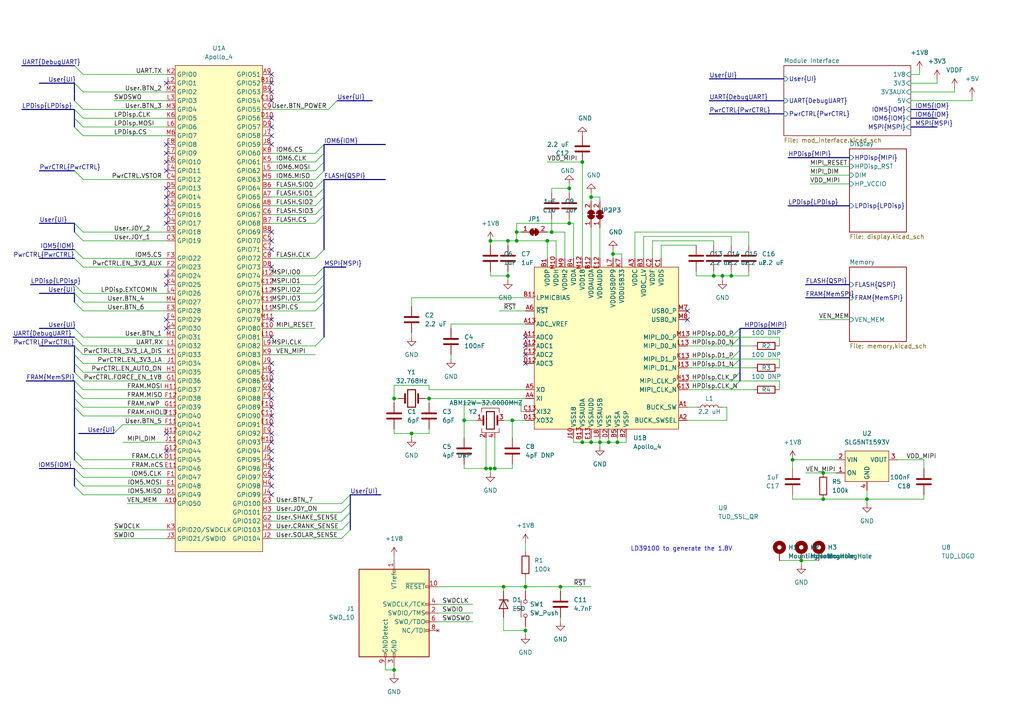
<source format=kicad_sch>
(kicad_sch (version 20211123) (generator eeschema)
  (paper "A4")
  (title_block (title "Apollo 4 MCU Module") (date "2022-09-22") (rev "1.0"))
  (bus_alias "DebugUART" (members "TX" "RX"))
  (bus_alias "IOM" (members "CLK" "MOSI" "MISO" "CS"))
  (bus_alias "UI" (members "JOY_1" "JOY_2" "BTN_1" "BTN_2" "BTN_3" "BTN_4" "BTN_5" "BTN_6" "JOY_ON" "BTN_7" "BTN_POWER" "CRANK_SENSE" "SHAKE_SENSE" "SOLAR_SENSE"))
  (bus_alias "MSPI" (members "IO0" "IO1" "IO2" "IO3" "CLK" "CS"))
  (junction (at 232.41 162.56))
  (junction (at 165.1 54.61))
  (junction (at 176.53 128.27))
  (junction (at 209.55 80.01))
  (junction (at 152.4 170.18))
  (junction (at 229.87 133.35))
  (junction (at 162.56 170.18))
  (junction (at 147.32 80.01))
  (junction (at 238.76 137.16))
  (junction (at 119.38 125.73))
  (junction (at 142.24 135.89))
  (junction (at 251.46 144.78))
  (junction (at 146.05 170.18))
  (junction (at 158.75 69.85))
  (junction (at 238.76 144.78))
  (junction (at 179.07 128.27))
  (junction (at 147.32 69.85))
  (junction (at 149.86 67.31))
  (junction (at 140.97 135.89))
  (junction (at 168.91 128.27))
  (junction (at 168.91 46.99))
  (junction (at 212.09 80.01))
  (junction (at 171.45 57.15))
  (junction (at 134.62 121.92))
  (junction (at 114.3 115.57))
  (junction (at 124.46 115.57))
  (junction (at 148.59 121.92))
  (junction (at 207.01 80.01))
  (junction (at 165.1 64.77))
  (junction (at 149.86 69.85))
  (junction (at 114.3 194.31))
  (junction (at 171.45 128.27))
  (junction (at 173.99 128.27))
  (junction (at 177.8 73.66))
  (junction (at 143.51 135.89))
  (junction (at 152.4 182.88))
  (junction (at 160.02 67.31))
  (junction (at 142.24 69.85))
  (no_connect (at 78.74 26.67))
  (no_connect (at 78.74 143.51))
  (no_connect (at 78.74 140.97))
  (no_connect (at 152.4 105.41))
  (no_connect (at 152.4 102.87))
  (no_connect (at 152.4 100.33))
  (no_connect (at 152.4 97.79))
  (no_connect (at 78.74 24.13))
  (no_connect (at 78.74 41.91))
  (no_connect (at 78.74 39.37))
  (no_connect (at 78.74 29.21))
  (no_connect (at 78.74 36.83))
  (no_connect (at 78.74 34.29))
  (no_connect (at 78.74 69.85))
  (no_connect (at 78.74 67.31))
  (no_connect (at 78.74 72.39))
  (no_connect (at 78.74 77.47))
  (no_connect (at 48.26 41.91))
  (no_connect (at 48.26 82.55))
  (no_connect (at 48.26 62.23))
  (no_connect (at 48.26 24.13))
  (no_connect (at 48.26 54.61))
  (no_connect (at 48.26 57.15))
  (no_connect (at 48.26 59.69))
  (no_connect (at 48.26 49.53))
  (no_connect (at 48.26 46.99))
  (no_connect (at 48.26 44.45))
  (no_connect (at 48.26 130.81))
  (no_connect (at 48.26 125.73))
  (no_connect (at 78.74 118.11))
  (no_connect (at 78.74 128.27))
  (no_connect (at 78.74 125.73))
  (no_connect (at 78.74 123.19))
  (no_connect (at 78.74 120.65))
  (no_connect (at 48.26 92.71))
  (no_connect (at 78.74 92.71))
  (no_connect (at 78.74 97.79))
  (no_connect (at 48.26 64.77))
  (no_connect (at 199.39 90.17))
  (no_connect (at 199.39 92.71))
  (no_connect (at 78.74 21.59))
  (no_connect (at 48.26 95.25))
  (no_connect (at 48.26 80.01))
  (no_connect (at 78.74 115.57))
  (no_connect (at 78.74 113.03))
  (no_connect (at 78.74 110.49))
  (no_connect (at 78.74 107.95))
  (no_connect (at 78.74 105.41))
  (no_connect (at 78.74 138.43))
  (no_connect (at 78.74 135.89))
  (no_connect (at 78.74 133.35))
  (no_connect (at 78.74 130.81))
  (bus_entry (at 21.59 97.79) (size 2.54 2.54))
  (bus_entry (at 21.59 34.29) (size 2.54 2.54))
  (bus_entry (at 93.98 80.01) (size -2.54 2.54))
  (bus_entry (at 21.59 24.13) (size 2.54 2.54))
  (bus_entry (at 24.13 140.97) (size -2.54 -2.54))
  (bus_entry (at 91.44 54.61) (size 2.54 -2.54))
  (bus_entry (at 91.44 74.93) (size 2.54 -2.54))
  (bus_entry (at 91.44 57.15) (size 2.54 -2.54))
  (bus_entry (at 91.44 59.69) (size 2.54 -2.54))
  (bus_entry (at 91.44 62.23) (size 2.54 -2.54))
  (bus_entry (at 93.98 97.79) (size -2.54 2.54))
  (bus_entry (at 21.59 64.77) (size 2.54 2.54))
  (bus_entry (at 99.06 151.13) (size 2.54 -2.54))
  (bus_entry (at 99.06 153.67) (size 2.54 -2.54))
  (bus_entry (at 99.06 156.21) (size 2.54 -2.54))
  (bus_entry (at 21.59 49.53) (size 2.54 2.54))
  (bus_entry (at 97.79 29.21) (size -2.54 2.54))
  (bus_entry (at 21.59 87.63) (size 2.54 2.54))
  (bus_entry (at 24.13 77.47) (size -2.54 -2.54))
  (bus_entry (at 24.13 107.95) (size -2.54 -2.54))
  (bus_entry (at 24.13 110.49) (size -2.54 -2.54))
  (bus_entry (at 24.13 105.41) (size -2.54 -2.54))
  (bus_entry (at 24.13 102.87) (size -2.54 -2.54))
  (bus_entry (at 101.6 143.51) (size -2.54 2.54))
  (bus_entry (at 21.59 36.83) (size 2.54 2.54))
  (bus_entry (at 21.59 82.55) (size 2.54 2.54))
  (bus_entry (at 24.13 143.51) (size -2.54 -2.54))
  (bus_entry (at 24.13 115.57) (size -2.54 -2.54))
  (bus_entry (at 21.59 31.75) (size 2.54 2.54))
  (bus_entry (at 101.6 146.05) (size -2.54 2.54))
  (bus_entry (at 93.98 85.09) (size -2.54 2.54))
  (bus_entry (at 91.44 52.07) (size 2.54 -2.54))
  (bus_entry (at 91.44 49.53) (size 2.54 -2.54))
  (bus_entry (at 91.44 46.99) (size 2.54 -2.54))
  (bus_entry (at 91.44 44.45) (size 2.54 -2.54))
  (bus_entry (at 24.13 113.03) (size -2.54 -2.54))
  (bus_entry (at 24.13 74.93) (size -2.54 -2.54))
  (bus_entry (at 21.59 130.81) (size 2.54 2.54))
  (bus_entry (at 21.59 95.25) (size 2.54 2.54))
  (bus_entry (at 33.02 125.73) (size 2.54 -2.54))
  (bus_entry (at 93.98 82.55) (size -2.54 2.54))
  (bus_entry (at 21.59 67.31) (size 2.54 2.54))
  (bus_entry (at 93.98 77.47) (size -2.54 2.54))
  (bus_entry (at 24.13 138.43) (size -2.54 -2.54))
  (bus_entry (at 93.98 87.63) (size -2.54 2.54))
  (bus_entry (at 21.59 85.09) (size 2.54 2.54))
  (bus_entry (at 21.59 133.35) (size 2.54 2.54))
  (bus_entry (at 21.59 19.05) (size 2.54 2.54))
  (bus_entry (at 24.13 118.11) (size -2.54 -2.54))
  (bus_entry (at 91.44 64.77) (size 2.54 -2.54))
  (bus_entry (at 212.09 97.79) (size 2.54 -2.54))
  (bus_entry (at 212.09 100.33) (size 2.54 -2.54))
  (bus_entry (at 212.09 106.68) (size 2.54 -2.54))
  (bus_entry (at 212.09 113.03) (size 2.54 -2.54))
  (bus_entry (at 212.09 110.49) (size 2.54 -2.54))
  (bus_entry (at 212.09 104.14) (size 2.54 -2.54))
  (bus_entry (at 24.13 120.65) (size -2.54 -2.54))
  (bus_entry (at 21.59 29.21) (size 2.54 2.54))
  (wire (pts (xy 24.13 34.29) (xy 48.26 34.29)))
  (bus (pts (xy 264.16 34.29) (xy 271.78 34.29)))
  (wire (pts (xy 226.06 110.49) (xy 226.06 113.03)))
  (wire (pts (xy 168.91 74.93) (xy 168.91 46.99)))
  (wire (pts (xy 78.74 49.53) (xy 91.44 49.53)))
  (wire (pts (xy 232.41 162.56) (xy 237.49 162.56)))
  (wire (pts (xy 146.05 170.18) (xy 152.4 170.18)))
  (wire (pts (xy 48.26 107.95) (xy 24.13 107.95)))
  (bus (pts (xy 101.6 151.13) (xy 101.6 148.59)))
  (wire (pts (xy 171.45 57.15) (xy 171.45 58.42)))
  (wire (pts (xy 48.26 140.97) (xy 24.13 140.97)))
  (bus (pts (xy 7.62 110.49) (xy 21.59 110.49)))
  (wire (pts (xy 78.74 87.63) (xy 91.44 87.63)))
  (wire (pts (xy 119.38 125.73) (xy 114.3 125.73)))
  (wire (pts (xy 212.09 97.79) (xy 214.63 97.79)))
  (wire (pts (xy 147.32 71.12) (xy 147.32 69.85)))
  (bus (pts (xy 93.98 82.55) (xy 93.98 85.09)))
  (wire (pts (xy 78.74 146.05) (xy 99.06 146.05)))
  (wire (pts (xy 143.51 127) (xy 143.51 135.89)))
  (wire (pts (xy 162.56 171.45) (xy 162.56 170.18)))
  (wire (pts (xy 271.78 24.13) (xy 271.78 22.86)))
  (wire (pts (xy 214.63 110.49) (xy 226.06 110.49)))
  (wire (pts (xy 123.19 115.57) (xy 124.46 115.57)))
  (wire (pts (xy 134.62 135.89) (xy 140.97 135.89)))
  (wire (pts (xy 111.76 193.04) (xy 111.76 194.31)))
  (wire (pts (xy 24.13 115.57) (xy 48.26 115.57)))
  (wire (pts (xy 165.1 54.61) (xy 165.1 55.88)))
  (wire (pts (xy 78.74 153.67) (xy 99.06 153.67)))
  (wire (pts (xy 114.3 193.04) (xy 114.3 194.31)))
  (wire (pts (xy 168.91 127) (xy 168.91 128.27)))
  (wire (pts (xy 173.99 57.15) (xy 173.99 58.42)))
  (bus (pts (xy 214.63 104.14) (xy 214.63 101.6)))
  (wire (pts (xy 124.46 125.73) (xy 119.38 125.73)))
  (bus (pts (xy 21.59 24.13) (xy 11.43 24.13)))
  (wire (pts (xy 111.76 194.31) (xy 114.3 194.31)))
  (wire (pts (xy 48.26 110.49) (xy 24.13 110.49)))
  (bus (pts (xy 228.6 45.72) (xy 246.38 45.72)))
  (wire (pts (xy 166.37 74.93) (xy 166.37 64.77)))
  (bus (pts (xy 93.98 41.91) (xy 111.76 41.91)))
  (wire (pts (xy 149.86 67.31) (xy 149.86 69.85)))
  (wire (pts (xy 165.1 53.34) (xy 165.1 54.61)))
  (wire (pts (xy 114.3 116.84) (xy 114.3 115.57)))
  (wire (pts (xy 78.74 44.45) (xy 91.44 44.45)))
  (wire (pts (xy 140.97 127) (xy 140.97 135.89)))
  (bus (pts (xy 21.59 130.81) (xy 21.59 133.35)))
  (wire (pts (xy 147.32 69.85) (xy 149.86 69.85)))
  (wire (pts (xy 142.24 135.89) (xy 142.24 137.16)))
  (wire (pts (xy 36.83 146.05) (xy 48.26 146.05)))
  (wire (pts (xy 168.91 128.27) (xy 171.45 128.27)))
  (bus (pts (xy 3.81 97.79) (xy 21.59 97.79)))
  (wire (pts (xy 166.37 127) (xy 166.37 128.27)))
  (wire (pts (xy 142.24 78.74) (xy 142.24 80.01)))
  (wire (pts (xy 48.26 74.93) (xy 24.13 74.93)))
  (wire (pts (xy 151.13 119.38) (xy 152.4 119.38)))
  (bus (pts (xy 214.63 110.49) (xy 214.63 107.95)))
  (wire (pts (xy 158.75 69.85) (xy 158.75 74.93)))
  (wire (pts (xy 78.74 90.17) (xy 91.44 90.17)))
  (wire (pts (xy 171.45 57.15) (xy 171.45 55.88)))
  (wire (pts (xy 209.55 80.01) (xy 212.09 80.01)))
  (wire (pts (xy 251.46 144.78) (xy 267.97 144.78)))
  (bus (pts (xy 21.59 138.43) (xy 21.59 140.97)))
  (wire (pts (xy 210.82 121.92) (xy 199.39 121.92)))
  (wire (pts (xy 142.24 69.85) (xy 147.32 69.85)))
  (wire (pts (xy 146.05 182.88) (xy 152.4 182.88)))
  (wire (pts (xy 78.74 74.93) (xy 91.44 74.93)))
  (wire (pts (xy 166.37 64.77) (xy 165.1 64.77)))
  (wire (pts (xy 212.09 106.68) (xy 218.44 106.68)))
  (wire (pts (xy 127 180.34) (xy 137.16 180.34)))
  (bus (pts (xy 93.98 62.23) (xy 93.98 72.39)))
  (wire (pts (xy 168.91 46.99) (xy 158.75 46.99)))
  (wire (pts (xy 212.09 71.12) (xy 212.09 68.58)))
  (wire (pts (xy 78.74 46.99) (xy 91.44 46.99)))
  (bus (pts (xy 11.43 64.77) (xy 21.59 64.77)))
  (wire (pts (xy 179.07 127) (xy 179.07 128.27)))
  (wire (pts (xy 191.77 74.93) (xy 191.77 71.12)))
  (wire (pts (xy 24.13 113.03) (xy 48.26 113.03)))
  (wire (pts (xy 266.7 21.59) (xy 266.7 20.32)))
  (wire (pts (xy 48.26 87.63) (xy 24.13 87.63)))
  (wire (pts (xy 264.16 29.21) (xy 281.94 29.21)))
  (wire (pts (xy 184.15 74.93) (xy 184.15 67.31)))
  (bus (pts (xy 97.79 29.21) (xy 107.95 29.21)))
  (bus (pts (xy 93.98 52.07) (xy 111.76 52.07)))
  (bus (pts (xy 11.43 49.53) (xy 21.59 49.53)))
  (wire (pts (xy 78.74 64.77) (xy 91.44 64.77)))
  (wire (pts (xy 199.39 113.03) (xy 212.09 113.03)))
  (wire (pts (xy 158.75 67.31) (xy 160.02 67.31)))
  (wire (pts (xy 78.74 62.23) (xy 91.44 62.23)))
  (wire (pts (xy 160.02 54.61) (xy 160.02 55.88)))
  (wire (pts (xy 207.01 78.74) (xy 207.01 80.01)))
  (wire (pts (xy 162.56 179.07) (xy 162.56 180.34)))
  (wire (pts (xy 78.74 100.33) (xy 91.44 100.33)))
  (wire (pts (xy 24.13 100.33) (xy 48.26 100.33)))
  (wire (pts (xy 114.3 111.76) (xy 114.3 115.57)))
  (wire (pts (xy 114.3 194.31) (xy 114.3 195.58)))
  (bus (pts (xy 93.98 77.47) (xy 100.33 77.47)))
  (bus (pts (xy 228.6 59.69) (xy 246.38 59.69)))
  (wire (pts (xy 140.97 135.89) (xy 142.24 135.89)))
  (wire (pts (xy 264.16 26.67) (xy 276.86 26.67)))
  (wire (pts (xy 147.32 78.74) (xy 147.32 80.01)))
  (wire (pts (xy 127 170.18) (xy 146.05 170.18)))
  (wire (pts (xy 226.06 97.79) (xy 226.06 100.33)))
  (wire (pts (xy 24.13 39.37) (xy 48.26 39.37)))
  (wire (pts (xy 212.09 110.49) (xy 214.63 110.49)))
  (wire (pts (xy 124.46 124.46) (xy 124.46 125.73)))
  (wire (pts (xy 119.38 86.36) (xy 152.4 86.36)))
  (wire (pts (xy 237.49 92.71) (xy 246.38 92.71)))
  (wire (pts (xy 130.81 102.87) (xy 130.81 104.14)))
  (wire (pts (xy 127 175.26) (xy 137.16 175.26)))
  (wire (pts (xy 119.38 88.9) (xy 119.38 86.36)))
  (wire (pts (xy 142.24 135.89) (xy 143.51 135.89)))
  (wire (pts (xy 152.4 181.61) (xy 152.4 182.88)))
  (wire (pts (xy 281.94 29.21) (xy 281.94 27.94)))
  (wire (pts (xy 24.13 67.31) (xy 48.26 67.31)))
  (wire (pts (xy 78.74 82.55) (xy 91.44 82.55)))
  (bus (pts (xy 101.6 143.51) (xy 110.49 143.51)))
  (bus (pts (xy 93.98 41.91) (xy 93.98 44.45)))
  (wire (pts (xy 212.09 68.58) (xy 186.69 68.58)))
  (wire (pts (xy 152.4 171.45) (xy 152.4 170.18)))
  (wire (pts (xy 142.24 71.12) (xy 142.24 69.85)))
  (wire (pts (xy 24.13 133.35) (xy 48.26 133.35)))
  (bus (pts (xy 93.98 57.15) (xy 93.98 59.69)))
  (wire (pts (xy 33.02 153.67) (xy 48.26 153.67)))
  (wire (pts (xy 48.26 77.47) (xy 24.13 77.47)))
  (wire (pts (xy 134.62 127) (xy 134.62 121.92)))
  (wire (pts (xy 152.4 167.64) (xy 152.4 170.18)))
  (wire (pts (xy 35.56 123.19) (xy 48.26 123.19)))
  (wire (pts (xy 134.62 121.92) (xy 134.62 116.84)))
  (wire (pts (xy 165.1 54.61) (xy 160.02 54.61)))
  (wire (pts (xy 238.76 144.78) (xy 251.46 144.78)))
  (wire (pts (xy 242.57 133.35) (xy 229.87 133.35)))
  (wire (pts (xy 78.74 31.75) (xy 95.25 31.75)))
  (wire (pts (xy 173.99 127) (xy 173.99 128.27)))
  (wire (pts (xy 48.26 26.67) (xy 24.13 26.67)))
  (wire (pts (xy 186.69 68.58) (xy 186.69 74.93)))
  (wire (pts (xy 114.3 115.57) (xy 115.57 115.57)))
  (wire (pts (xy 201.93 80.01) (xy 207.01 80.01)))
  (wire (pts (xy 114.3 125.73) (xy 114.3 124.46)))
  (bus (pts (xy 6.35 31.75) (xy 21.59 31.75)))
  (wire (pts (xy 152.4 170.18) (xy 162.56 170.18)))
  (wire (pts (xy 143.51 135.89) (xy 148.59 135.89)))
  (wire (pts (xy 207.01 80.01) (xy 209.55 80.01)))
  (bus (pts (xy 21.59 72.39) (xy 12.7 72.39)))
  (wire (pts (xy 165.1 64.77) (xy 165.1 63.5)))
  (bus (pts (xy 205.74 29.21) (xy 227.33 29.21)))
  (bus (pts (xy 93.98 54.61) (xy 93.98 57.15)))
  (wire (pts (xy 134.62 121.92) (xy 138.43 121.92)))
  (wire (pts (xy 160.02 67.31) (xy 163.83 67.31)))
  (bus (pts (xy 21.59 85.09) (xy 21.59 87.63)))
  (wire (pts (xy 148.59 121.92) (xy 148.59 127)))
  (bus (pts (xy 264.16 36.83) (xy 271.78 36.83)))
  (wire (pts (xy 163.83 67.31) (xy 163.83 74.93)))
  (wire (pts (xy 234.95 53.34) (xy 246.38 53.34)))
  (wire (pts (xy 199.39 118.11) (xy 201.93 118.11)))
  (wire (pts (xy 232.41 162.56) (xy 232.41 163.83)))
  (wire (pts (xy 229.87 143.51) (xy 229.87 144.78)))
  (wire (pts (xy 173.99 128.27) (xy 173.99 129.54)))
  (wire (pts (xy 24.13 31.75) (xy 48.26 31.75)))
  (wire (pts (xy 151.13 116.84) (xy 151.13 119.38)))
  (wire (pts (xy 78.74 57.15) (xy 91.44 57.15)))
  (bus (pts (xy 93.98 77.47) (xy 93.98 80.01)))
  (wire (pts (xy 146.05 182.88) (xy 146.05 179.07)))
  (wire (pts (xy 212.09 104.14) (xy 214.63 104.14)))
  (wire (pts (xy 199.39 104.14) (xy 212.09 104.14)))
  (wire (pts (xy 201.93 78.74) (xy 201.93 80.01)))
  (wire (pts (xy 217.17 80.01) (xy 217.17 78.74)))
  (wire (pts (xy 264.16 24.13) (xy 271.78 24.13)))
  (wire (pts (xy 162.56 170.18) (xy 171.45 170.18)))
  (wire (pts (xy 264.16 21.59) (xy 266.7 21.59)))
  (wire (pts (xy 24.13 135.89) (xy 48.26 135.89)))
  (bus (pts (xy 21.59 110.49) (xy 21.59 113.03)))
  (wire (pts (xy 176.53 128.27) (xy 179.07 128.27)))
  (bus (pts (xy 21.59 85.09) (xy 11.43 85.09)))
  (bus (pts (xy 93.98 46.99) (xy 93.98 49.53)))
  (wire (pts (xy 33.02 29.21) (xy 48.26 29.21)))
  (wire (pts (xy 24.13 21.59) (xy 48.26 21.59)))
  (wire (pts (xy 35.56 128.27) (xy 48.26 128.27)))
  (wire (pts (xy 212.09 113.03) (xy 218.44 113.03)))
  (wire (pts (xy 238.76 137.16) (xy 242.57 137.16)))
  (wire (pts (xy 144.78 90.17) (xy 152.4 90.17)))
  (wire (pts (xy 33.02 156.21) (xy 48.26 156.21)))
  (bus (pts (xy 214.63 101.6) (xy 214.63 97.79)))
  (bus (pts (xy 205.74 33.02) (xy 227.33 33.02)))
  (wire (pts (xy 177.8 73.66) (xy 177.8 74.93)))
  (wire (pts (xy 78.74 52.07) (xy 91.44 52.07)))
  (wire (pts (xy 147.32 80.01) (xy 147.32 81.28)))
  (wire (pts (xy 173.99 66.04) (xy 173.99 74.93)))
  (wire (pts (xy 179.07 128.27) (xy 181.61 128.27)))
  (wire (pts (xy 209.55 118.11) (xy 210.82 118.11)))
  (bus (pts (xy 21.59 135.89) (xy 11.43 135.89)))
  (bus (pts (xy 93.98 52.07) (xy 93.98 54.61)))
  (wire (pts (xy 171.45 66.04) (xy 171.45 74.93)))
  (wire (pts (xy 119.38 96.52) (xy 119.38 97.79)))
  (wire (pts (xy 48.26 102.87) (xy 24.13 102.87)))
  (wire (pts (xy 251.46 144.78) (xy 251.46 146.05)))
  (wire (pts (xy 207.01 69.85) (xy 189.23 69.85)))
  (wire (pts (xy 267.97 144.78) (xy 267.97 143.51)))
  (wire (pts (xy 214.63 104.14) (xy 226.06 104.14)))
  (wire (pts (xy 184.15 67.31) (xy 217.17 67.31)))
  (wire (pts (xy 233.68 137.16) (xy 238.76 137.16)))
  (wire (pts (xy 158.75 69.85) (xy 161.29 69.85)))
  (wire (pts (xy 78.74 151.13) (xy 99.06 151.13)))
  (bus (pts (xy 21.59 105.41) (xy 21.59 107.95)))
  (bus (pts (xy 21.59 102.87) (xy 21.59 105.41)))
  (wire (pts (xy 124.46 113.03) (xy 124.46 111.76)))
  (bus (pts (xy 33.02 125.73) (xy 22.86 125.73)))
  (wire (pts (xy 134.62 116.84) (xy 151.13 116.84)))
  (wire (pts (xy 124.46 115.57) (xy 124.46 116.84)))
  (wire (pts (xy 226.06 162.56) (xy 232.41 162.56)))
  (wire (pts (xy 199.39 110.49) (xy 212.09 110.49)))
  (wire (pts (xy 48.26 138.43) (xy 24.13 138.43)))
  (bus (pts (xy 233.68 82.55) (xy 246.38 82.55)))
  (wire (pts (xy 148.59 135.89) (xy 148.59 134.62)))
  (wire (pts (xy 212.09 100.33) (xy 218.44 100.33)))
  (wire (pts (xy 212.09 78.74) (xy 212.09 80.01)))
  (bus (pts (xy 214.63 95.25) (xy 227.33 95.25)))
  (wire (pts (xy 161.29 69.85) (xy 161.29 74.93)))
  (wire (pts (xy 146.05 171.45) (xy 146.05 170.18)))
  (wire (pts (xy 127 177.8) (xy 137.16 177.8)))
  (wire (pts (xy 146.05 121.92) (xy 148.59 121.92)))
  (wire (pts (xy 124.46 115.57) (xy 152.4 115.57)))
  (bus (pts (xy 21.59 74.93) (xy 11.43 74.93)))
  (wire (pts (xy 229.87 144.78) (xy 238.76 144.78)))
  (wire (pts (xy 134.62 134.62) (xy 134.62 135.89)))
  (wire (pts (xy 130.81 93.98) (xy 130.81 95.25)))
  (bus (pts (xy 93.98 44.45) (xy 93.98 46.99)))
  (bus (pts (xy 101.6 153.67) (xy 101.6 151.13)))
  (wire (pts (xy 199.39 100.33) (xy 212.09 100.33)))
  (wire (pts (xy 78.74 95.25) (xy 91.44 95.25)))
  (wire (pts (xy 191.77 71.12) (xy 201.93 71.12)))
  (bus (pts (xy 21.59 113.03) (xy 21.59 115.57)))
  (wire (pts (xy 199.39 106.68) (xy 212.09 106.68)))
  (wire (pts (xy 260.35 133.35) (xy 267.97 133.35)))
  (wire (pts (xy 189.23 69.85) (xy 189.23 74.93)))
  (wire (pts (xy 48.26 105.41) (xy 24.13 105.41)))
  (bus (pts (xy 93.98 59.69) (xy 93.98 62.23)))
  (wire (pts (xy 78.74 85.09) (xy 91.44 85.09)))
  (bus (pts (xy 21.59 95.25) (xy 11.43 95.25)))
  (wire (pts (xy 78.74 59.69) (xy 91.44 59.69)))
  (wire (pts (xy 24.13 69.85) (xy 48.26 69.85)))
  (wire (pts (xy 24.13 90.17) (xy 48.26 90.17)))
  (wire (pts (xy 173.99 128.27) (xy 176.53 128.27)))
  (bus (pts (xy 101.6 146.05) (xy 101.6 148.59)))
  (wire (pts (xy 177.8 73.66) (xy 180.34 73.66)))
  (wire (pts (xy 48.26 143.51) (xy 24.13 143.51)))
  (wire (pts (xy 176.53 127) (xy 176.53 128.27)))
  (wire (pts (xy 166.37 128.27) (xy 168.91 128.27)))
  (wire (pts (xy 124.46 113.03) (xy 152.4 113.03)))
  (wire (pts (xy 229.87 133.35) (xy 229.87 135.89)))
  (wire (pts (xy 78.74 80.01) (xy 91.44 80.01)))
  (bus (pts (xy 264.16 31.75) (xy 271.78 31.75)))
  (wire (pts (xy 149.86 64.77) (xy 149.86 67.31)))
  (wire (pts (xy 48.26 52.07) (xy 24.13 52.07)))
  (bus (pts (xy 21.59 64.77) (xy 21.59 67.31)))
  (bus (pts (xy 214.63 107.95) (xy 214.63 104.14)))
  (wire (pts (xy 173.99 57.15) (xy 171.45 57.15)))
  (wire (pts (xy 181.61 128.27) (xy 181.61 127)))
  (wire (pts (xy 78.74 54.61) (xy 91.44 54.61)))
  (wire (pts (xy 142.24 80.01) (xy 147.32 80.01)))
  (bus (pts (xy 101.6 143.51) (xy 101.6 146.05)))
  (bus (pts (xy 21.59 31.75) (xy 21.59 34.29)))
  (bus (pts (xy 93.98 80.01) (xy 93.98 82.55)))
  (wire (pts (xy 212.09 80.01) (xy 217.17 80.01)))
  (wire (pts (xy 152.4 182.88) (xy 152.4 184.15)))
  (wire (pts (xy 199.39 97.79) (xy 212.09 97.79)))
  (bus (pts (xy 205.74 22.86) (xy 227.33 22.86)))
  (bus (pts (xy 21.59 115.57) (xy 21.59 118.11)))
  (bus (pts (xy 21.59 100.33) (xy 11.43 100.33)))
  (bus (pts (xy 21.59 118.11) (xy 21.59 130.81)))
  (bus (pts (xy 6.35 19.05) (xy 21.59 19.05)))
  (wire (pts (xy 214.63 97.79) (xy 226.06 97.79)))
  (wire (pts (xy 152.4 157.48) (xy 152.4 160.02)))
  (bus (pts (xy 93.98 85.09) (xy 93.98 87.63)))
  (wire (pts (xy 210.82 118.11) (xy 210.82 121.92)))
  (wire (pts (xy 251.46 142.24) (xy 251.46 144.78)))
  (wire (pts (xy 177.8 72.39) (xy 177.8 73.66)))
  (bus (pts (xy 21.59 100.33) (xy 21.59 102.87)))
  (wire (pts (xy 149.86 67.31) (xy 151.13 67.31)))
  (wire (pts (xy 234.95 48.26) (xy 246.38 48.26)))
  (bus (pts (xy 214.63 97.79) (xy 214.63 95.25)))
  (wire (pts (xy 234.95 50.8) (xy 246.38 50.8)))
  (wire (pts (xy 78.74 156.21) (xy 99.06 156.21)))
  (wire (pts (xy 267.97 135.89) (xy 267.97 133.35)))
  (wire (pts (xy 124.46 111.76) (xy 114.3 111.76)))
  (wire (pts (xy 148.59 121.92) (xy 152.4 121.92)))
  (wire (pts (xy 149.86 64.77) (xy 165.1 64.77)))
  (wire (pts (xy 48.26 97.79) (xy 24.13 97.79)))
  (wire (pts (xy 24.13 118.11) (xy 48.26 118.11)))
  (wire (pts (xy 24.13 36.83) (xy 48.26 36.83)))
  (wire (pts (xy 78.74 102.87) (xy 91.44 102.87)))
  (wire (pts (xy 276.86 25.4) (xy 276.86 26.67)))
  (bus (pts (xy 21.59 34.29) (xy 21.59 36.83)))
  (wire (pts (xy 114.3 161.29) (xy 114.3 162.56)))
  (wire (pts (xy 207.01 71.12) (xy 207.01 69.85)))
  (wire (pts (xy 24.13 85.09) (xy 48.26 85.09)))
  (wire (pts (xy 78.74 148.59) (xy 99.06 148.59)))
  (bus (pts (xy 233.68 86.36) (xy 246.38 86.36)))
  (wire (pts (xy 171.45 128.27) (xy 173.99 128.27)))
  (bus (pts (xy 21.59 135.89) (xy 21.59 138.43)))
  (bus (pts (xy 21.59 24.13) (xy 21.59 29.21)))
  (wire (pts (xy 152.4 93.98) (xy 130.81 93.98)))
  (wire (pts (xy 209.55 80.01) (xy 209.55 81.28)))
  (bus (pts (xy 93.98 87.63) (xy 93.98 97.79)))
  (wire (pts (xy 217.17 67.31) (xy 217.17 71.12)))
  (wire (pts (xy 171.45 127) (xy 171.45 128.27)))
  (wire (pts (xy 24.13 120.65) (xy 48.26 120.65)))
  (wire (pts (xy 226.06 104.14) (xy 226.06 106.68)))
  (wire (pts (xy 160.02 63.5) (xy 160.02 67.31)))
  (bus (pts (xy 8.89 82.55) (xy 21.59 82.55)))
  (wire (pts (xy 180.34 74.93) (xy 180.34 73.66)))
  (wire (pts (xy 149.86 69.85) (xy 158.75 69.85)))
  (wire (pts (xy 119.38 125.73) (xy 119.38 127)))
  (text "LD39100 to generate the 1.8V" (at 182.88 160.02 0) (effects (font (size 1.27 1.27)) (justify left bottom)))
  (label "PwrCTRL{PwrCTRL}" (at 21.59 74.93 180))
  (label "MSPI{MSPI}" (at 93.98 77.47 0))
  (label "FLASH.SIO1" (at 80.01 57.15 0))
  (label "FRAM.nCS" (at 38.1 135.89 0))
  (label "User.SOLAR_SENSE" (at 80.01 156.21 0))
  (label "FLASH{QSPI}" (at 233.68 82.55 0))
  (label "PwrCTRL{PwrCTRL}" (at 21.59 100.33 180))
  (label "PwrCTRL.FORCE_EN_1V8" (at 46.99 110.49 180))
  (label "UART.RX" (at 39.37 100.33 0))
  (label "UART.TX" (at 39.37 21.59 0))
  (label "FRAM.nHOLD" (at 36.83 120.65 0))
  (label "PwrCTRL.EN_3V3_LA_DIS" (at 46.99 102.87 180))
  (label "PwrCTRL.VSTOR" (at 46.99 52.07 180))
  (label "User.BTN_2" (at 46.99 26.67 180))
  (label "SWDSWO" (at 128.27 180.34 0))
  (label "FRAM.CLK" (at 38.1 133.35 0))
  (label "IOM5{IOM}" (at 20.9191 135.89 180))
  (label "User.BTN_POWER" (at 78.74 31.75 0))
  (label "IOM5.CS" (at 46.99 74.93 180))
  (label "IOM6{IOM}" (at 93.98 41.91 0))
  (label "FRAM.MOSI" (at 36.83 113.03 0))
  (label "User{UI}" (at 101.6 143.51 0))
  (label "User.BTN_7" (at 80.01 146.05 0))
  (label "MSPI.IO0" (at 78.74 80.01 0))
  (label "SWDIO" (at 128.27 177.8 0))
  (label "VEN_MEM" (at 36.83 146.05 0))
  (label "User.BTN_4" (at 41.91 87.63 180))
  (label "User.BTN_3" (at 46.99 31.75 180))
  (label "MSPI.CS" (at 78.74 90.17 0))
  (label "User{UI}" (at 205.74 22.86 0))
  (label "MIPI_RESET" (at 234.95 48.26 0))
  (label "FLASH.CS" (at 80.01 64.77 0))
  (label "MIPI_DIM" (at 234.95 50.8 0))
  (label "MIPI_RESET" (at 80.01 95.25 0))
  (label "IOM5.MISO" (at 46.99 143.51 180))
  (label "User{UI}" (at 13.97 85.09 0))
  (label "LPDisp.CLK" (at 33.02 34.29 0))
  (label "HPDisp.D1_P" (at 200.66 104.14 0))
  (label "MSPI{MSPI}" (at 265.43 36.83 0))
  (label "User.SHAKE_SENSE" (at 80.01 151.13 0))
  (label "MIPI_DIM" (at 36.83 128.27 0))
  (label "HPDisp.D1_N" (at 200.66 106.68 0))
  (label "LPDisp.EXTCOMIN" (at 29.21 85.09 0))
  (label "User{UI}" (at 97.79 29.21 0))
  (label "User{UI}" (at 13.97 24.13 0))
  (label "User.JOY_ON" (at 80.01 148.59 0))
  (label "MSPI.IO3" (at 78.74 87.63 0))
  (label "LPDisp.CS" (at 33.02 39.37 0))
  (label "FLASH{QSPI}" (at 93.98 52.07 0))
  (label "UART{DebugUART}" (at 3.81 97.79 0))
  (label "MSPI.IO1" (at 78.74 82.55 0))
  (label "LPDisp{LPDisp}" (at 6.35 31.75 0))
  (label "User.CRANK_SENSE" (at 80.01 153.67 0))
  (label "User.JOY_1" (at 33.02 69.85 0))
  (label "HPDisp{MIPI}" (at 228.6 45.72 0))
  (label "VEN_MEM" (at 237.49 92.71 0))
  (label "User{UI}" (at 25.4 125.73 0))
  (label "HPDisp.CLK_N" (at 200.66 113.03 0))
  (label "VDD_MIPI" (at 234.95 53.34 0))
  (label "MSPI.CLK" (at 78.74 100.33 0))
  (label "User.BTN_5" (at 46.99 123.19 180))
  (label "~{RST}" (at 166.37 170.18 0))
  (label "FLASH.SIO0" (at 80.01 54.61 0))
  (label "SWDSWO" (at 33.02 29.21 0))
  (label "LPDisp{LPDisp}" (at 8.89 82.55 0))
  (label "SWDCLK" (at 33.02 153.67 0))
  (label "SWDIO" (at 33.02 156.21 0))
  (label "VEN_MIPI" (at 233.68 137.16 0))
  (label "SWDCLK" (at 128.27 175.26 0))
  (label "IOM6.CLK" (at 80.01 46.99 0))
  (label "PwrCTRL{PwrCTRL}" (at 11.43 49.53 0))
  (label "PwrCTRL.EN_AUTO_ON" (at 46.99 107.95 180))
  (label "IOM6.MISO" (at 80.01 52.07 0))
  (label "UART{DebugUART}" (at 205.74 29.21 0))
  (label "PwrCTRL.EN_3V3_AUX" (at 46.99 77.47 180))
  (label "UART{DebugUART}" (at 6.35 19.05 0))
  (label "User{UI}" (at 11.43 64.77 0))
  (label "HPDisp.D0_P" (at 200.66 97.79 0))
  (label "FLASH.CLK" (at 80.01 74.93 0))
  (label "User.BTN_1" (at 46.99 97.79 180))
  (label "IOM5{IOM}" (at 21.59 72.39 180))
  (label "VDD_MIPI" (at 158.75 46.99 0))
  (label "User.BTN_6" (at 41.91 90.17 180))
  (label "FRAM.MISO" (at 36.83 115.57 0))
  (label "HPDisp.D0_N" (at 200.66 100.33 0))
  (label "VDD_MIPI" (at 262.89 133.35 0))
  (label "HPDisp.CLK_P" (at 200.66 110.49 0))
  (label "IOM6.CS" (at 80.01 44.45 0))
  (label "FRAM.nWP" (at 36.83 118.11 0))
  (label "HPDisp{MIPI}" (at 215.9 95.25 0))
  (label "PwrCTRL{PwrCTRL}" (at 205.74 33.02 0))
  (label "LPDisp{LPDisp}" (at 228.6 59.69 0))
  (label "User.JOY_2" (at 33.02 67.31 0))
  (label "LPDisp.MOSI" (at 33.02 36.83 0))
  (label "MSPI.IO2" (at 78.74 85.09 0))
  (label "FLASH.SIO2" (at 80.01 59.69 0))
  (label "FLASH.SIO3" (at 80.0282 62.23 0))
  (label "VEN_MIPI" (at 80.01 102.87 0))
  (label "IOM5.MOSI" (at 46.99 140.97 180))
  (label "PwrCTRL.EN_3V3_LA" (at 46.99 105.41 180))
  (label "IOM6.MOSI" (at 80.01 49.53 0))
  (label "IOM5{IOM}" (at 265.43 31.75 0))
  (label "IOM6{IOM}" (at 265.43 34.29 0))
  (label "~{RST}" (at 146.05 90.17 0))
  (label "IOM5.CLK" (at 46.99 138.43 180))
  (label "FRAM{MemSPI}" (at 7.62 110.49 0))
  (label "User{UI}" (at 13.97 95.25 0))
  (label "FRAM{MemSPI}" (at 233.68 86.36 0))
  (symbol (lib_id "Device:C") (at 217.17 74.93 0) (unit 1)
    (property "Reference" "C16" (at 220.98 73.6599 0) (effects (justify left)))
    (property "Value" "2.2 uF" (at 220.98 76.1999 0) (effects (justify left)))
    (property "Footprint" "Capacitor_SMD:C_0201_0603Metric" (effects hide))
    (property "MPN" "GRM033R61A225KE47D" (effects hide))
  )
  (symbol (lib_id "power:+1V8") (at 114.3 161.29 0) (unit 1)
    (property "Reference" "#PWR03" (effects hide))
    (property "Value" "+1V8" (at 114.3 156.21 0))
  )
  (symbol (lib_id "power:GND") (at 232.41 163.83 0) (unit 1)
    (property "Reference" "#PWR0101" (effects hide))
    (property "Value" "GND" (at 232.41 168.91 0))
  )
  (symbol (lib_id "power:+3V3") (at 271.78 22.86 0) (unit 1)
    (property "Reference" "#PWR033" (effects hide))
    (property "Value" "+3V3" (at 271.78 17.78 0))
  )
  (symbol (lib_id "jaspers_lib:SWD_10") (at 114.3 177.8 0) (unit 1)
    (property "Reference" "J1" (at 102.87 176.5299 0) (effects (justify right)))
    (property "Value" "SWD_10" (at 102.87 179.0699 0) (effects (justify right)))
    (property "Footprint" "jaspers_footprints:ftsh-105-01-f-dv-k" (effects hide))
    (property "Datasheet" "http://infocenter.arm.com/help/topic/com.arm.doc.ddi0314h/DDI0314H_coresight_components_trm.pdf" (effects hide))
    (property "MPN" "ftsh-105-01-f-dv-k" (effects hide))
  )
  (symbol (lib_id "Device:C") (at 162.56 175.26 0) (unit 1)
    (property "Reference" "C11" (at 166.37 173.9899 0) (effects (justify left)))
    (property "Value" "4.7nF" (at 166.37 176.5299 0) (effects (justify left)))
    (property "Footprint" "Capacitor_SMD:C_0201_0603Metric" (effects hide))
    (property "MPN" "GRM033R61E472KA12D" (effects hide))
  )
  (symbol (lib_id "power:+1V8") (at 152.4 157.48 0) (unit 1)
    (property "Reference" "#PWR09" (effects hide))
    (property "Value" "+1V8" (at 152.4 152.4 0))
  )
  (symbol (lib_id "power:GND") (at 162.56 180.34 0) (unit 1)
    (property "Reference" "#PWR012" (effects hide))
    (property "Value" "GND" (at 162.56 185.42 0))
  )
  (symbol (lib_id "power:GND") (at 165.1 53.34 180) (unit 1)
    (property "Reference" "#PWR011" (effects hide))
    (property "Value" "GND" (at 162.56 49.53 0) (effects (justify right)))
  )
  (symbol (lib_id "power:GND") (at 173.99 129.54 0) (unit 1)
    (property "Reference" "#PWR015" (effects hide))
    (property "Value" "GND" (at 173.99 134.62 0))
  )
  (symbol (lib_id "Device:R") (at 222.25 106.68 90) (unit 1)
    (property "Reference" "R3" (at 222.25 106.68 90))
    (property "Value" "100 DNP" (at 222.25 102.87 90))
    (property "Footprint" "Resistor_SMD:R_0201_0603Metric" (effects hide))
    (property "MPN" "CRCW0201100RFNED" (effects hide))
  )
  (symbol (lib_id "Mechanical:MountingHole_Pad") (at 232.41 160.02 0) (unit 1) (in_bom no)
    (property "Reference" "H2" (at 234.95 158.7499 0) (effects (justify left)))
    (property "Value" "MountingHole" (at 234.95 161.2899 0) (effects (justify left)))
    (property "Footprint" "MountingHole:MountingHole_2.2mm_M2_Pad_Via" (effects hide))
  )
  (symbol (lib_id "power:GND") (at 114.3 195.58 0) (unit 1)
    (property "Reference" "#PWR04" (effects hide))
    (property "Value" "GND" (at 114.3 200.66 0))
  )
  (symbol (lib_id "Device:C") (at 119.38 92.71 0) (unit 1)
    (property "Reference" "C2" (at 123.19 91.4399 0) (effects (justify left)))
    (property "Value" "2.2 uF" (at 123.19 93.9799 0) (effects (justify left)))
    (property "Footprint" "Capacitor_SMD:C_0201_0603Metric" (effects hide))
    (property "MPN" "GRM033R61A225KE47D" (effects hide))
  )
  (symbol (lib_id "Device:R") (at 152.4 163.83 0) (unit 1)
    (property "Reference" "R1" (at 154.94 162.5599 0) (effects (justify left)))
    (property "Value" "100k" (at 154.94 165.0999 0) (effects (justify left)))
    (property "Footprint" "Resistor_SMD:R_0402_1005Metric" (effects hide))
    (property "MPN" "ERJ-2RKF1003X" (effects hide))
  )
  (symbol (lib_id "Device:C") (at 124.46 120.65 0) (unit 1)
    (property "Reference" "C3" (at 128.27 119.3799 0) (effects (justify left)))
    (property "Value" "6pF" (at 128.27 121.9199 0) (effects (justify left)))
    (property "Footprint" "Capacitor_SMD:C_0402_1005Metric" (effects hide))
    (property "MPN" "CC0402BRNPO9BN6R0" (effects hide))
  )
  (symbol (lib_id "power:GND") (at 119.38 127 0) (unit 1)
    (property "Reference" "#PWR02" (effects hide))
    (property "Value" "GND" (at 119.38 132.08 0))
  )
  (symbol (lib_id "Device:Crystal") (at 119.38 115.57 0) (unit 1)
    (property "Reference" "Y1" (at 119.38 107.95 0))
    (property "Value" "32.768Hz" (at 119.38 110.49 0))
    (property "Footprint" "Crystal:Crystal_SMD_MicroCrystal_CM9V-T1A-2Pin_1.6x1.0mm" (effects hide))
    (property "Datasheet" "http://www.txccrystal.com/images/pdf/9ht12.pdf" (effects hide))
    (property "MPN" "9HT12-32.768KDZY" (effects hide))
  )
  (symbol (lib_id "power:+1V8") (at 266.7 20.32 0) (unit 1)
    (property "Reference" "#PWR022" (effects hide))
    (property "Value" "+1V8" (at 266.7 15.24 0))
  )
  (symbol (lib_id "power:VDDF") (at 276.86 25.4 0) (unit 1)
    (property "Reference" "#PWR043" (effects hide))
    (property "Value" "VDDF" (at 276.86 20.32 0))
  )
  (symbol (lib_id "power:GND") (at 251.46 146.05 0) (unit 1)
    (property "Reference" "#PWR019" (effects hide))
    (property "Value" "GND" (at 251.46 151.13 0))
  )
  (symbol (lib_id "Device:C") (at 148.59 130.81 0) (unit 1)
    (property "Reference" "C8" (at 152.4 129.5399 0) (effects (justify left)))
    (property "Value" "4pF DNP" (at 152.4 132.0799 0) (effects (justify left)))
    (property "Footprint" "Capacitor_SMD:C_0402_1005Metric" (effects hide))
    (property "MPN" "CQ0402ARNPO9BN4R0" (effects hide))
  )
  (symbol (lib_id "Device:C") (at 165.1 59.69 180) (unit 1)
    (property "Reference" "C10" (at 161.29 60.9601 0) (effects (justify left)))
    (property "Value" "1uF" (at 161.29 58.4201 0) (effects (justify left)))
    (property "Footprint" "Capacitor_SMD:C_0201_0603Metric" (effects hide))
    (property "MPN" "GRM033C81A105ME05D" (effects hide))
  )
  (symbol (lib_id "Device:R") (at 222.25 100.33 90) (unit 1)
    (property "Reference" "R2" (at 222.25 100.33 90))
    (property "Value" "100 DNP" (at 222.25 96.52 90))
    (property "Footprint" "Resistor_SMD:R_0201_0603Metric" (effects hide))
    (property "MPN" "CRCW0201100RFNED" (effects hide))
  )
  (symbol (lib_id "jaspers_lib:Apollo_4") (at 69.85 48.26 0) (unit 1)
    (property "Reference" "U1" (at 63.5 13.97 0))
    (property "Value" "Apollo_4" (at 63.5 16.51 0))
    (property "Footprint" "jaspers_footprints:Apollo4-BGA-156_13x12_5.0x5.0mm" (effects hide))
    (property "MPN" "Apollo 4" (effects hide))
  )
  (symbol (lib_id "power:GND") (at 168.91 39.37 180) (unit 1)
    (property "Reference" "#PWR013" (effects hide))
    (property "Value" "GND" (at 167.64 34.29 0) (effects (justify right)))
  )
  (symbol (lib_id "Jumper:SolderJumper_2_Bridged") (at 154.94 67.31 0) (unit 1) (in_bom no)
    (property "Reference" "JP1" (at 154.94 63.5 0))
    (property "Value" "SolderJumper_2_Bridged" (effects hide))
    (property "Footprint" "jaspers_footprints:SolderJumper-small-nc" (effects hide))
  )
  (symbol (lib_id "power:GND") (at 177.8 72.39 180) (unit 1)
    (property "Reference" "#PWR016" (effects hide))
    (property "Value" "GND" (at 176.53 67.31 0) (effects (justify right)))
  )
  (symbol (lib_id "power:+1V8") (at 142.24 69.85 0) (unit 1)
    (property "Reference" "#PWR06" (effects hide))
    (property "Value" "+1V8" (at 142.24 64.77 0))
  )
  (symbol (lib_id "Device:R") (at 222.25 113.03 90) (unit 1)
    (property "Reference" "R4" (at 222.25 113.03 90))
    (property "Value" "100 DNP" (at 222.25 109.22 90))
    (property "Footprint" "Resistor_SMD:R_0201_0603Metric" (effects hide))
    (property "MPN" "CRCW0201100RFNED" (effects hide))
  )
  (symbol (lib_id "Device:C") (at 134.62 130.81 0) (unit 1)
    (property "Reference" "C5" (at 128.27 129.54 0) (effects (justify left)))
    (property "Value" "4pF DNP" (at 128.27 132.08 0) (effects (justify left)))
    (property "Footprint" "Capacitor_SMD:C_0402_1005Metric" (effects hide))
    (property "MPN" "CQ0402ARNPO9BN4R0" (effects hide))
  )
  (symbol (lib_id "jaspers_lib:ABM12W-32.0000MHZ") (at 142.24 121.92 0) (unit 1)
    (property "Reference" "Y2" (at 137.16 119.38 0))
    (property "Value" "ABM12W-32.0000MHZ" (at 140.97 116.84 0))
    (property "Footprint" "jaspers_footprints:Crystal_SMD_Abracon_ABM12B-4Pin_1.6x1.2mm" (effects hide))
    (property "Datasheet" "https://abracon.com/Resonators/ABM12W.pdf" (effects hide))
    (property "MPN" "ABM12W-32.0000MHZ-6-D1X-T3 " (effects hide))
  )
  (symbol (lib_id "jaspers_lib:Apollo_4") (at 171.45 100.33 0) (unit 2)
    (property "Reference" "U1" (at 183.6294 127 0) (effects (justify left)))
    (property "Value" "Apollo_4" (at 183.6294 129.54 0) (effects (justify left)))
    (property "Footprint" "jaspers_footprints:Apollo4-BGA-156_13x12_5.0x5.0mm" (effects hide))
    (property "MPN" "Apollo 4" (effects hide))
  )
  (symbol (lib_id "power:GND") (at 119.38 97.79 0) (unit 1)
    (property "Reference" "#PWR01" (effects hide))
    (property "Value" "GND" (at 119.38 102.87 0))
  )
  (symbol (lib_id "jaspers_lib:TUD_LOGO") (at 271.78 160.02 0) (unit 1) (in_bom no)
    (property "Reference" "U8" (at 273.05 158.7499 0) (effects (justify left)))
    (property "Value" "TUD_LOGO" (at 273.05 161.2899 0) (effects (justify left)))
    (property "Footprint" "jaspers_footprints:DELFT_LOGO2" (effects hide))
  )
  (symbol (lib_id "Mechanical:MountingHole_Pad") (at 237.49 160.02 0) (unit 1) (in_bom no)
    (property "Reference" "H3" (at 240.03 158.7499 0) (effects (justify left)))
    (property "Value" "MountingHole" (at 240.03 161.2899 0) (effects (justify left)))
    (property "Footprint" "MountingHole:MountingHole_2.2mm_M2_Pad_Via" (effects hide))
  )
  (symbol (lib_id "Mechanical:MountingHole_Pad") (at 226.06 160.02 0) (unit 1) (in_bom no)
    (property "Reference" "H1" (at 228.6 158.7499 0) (effects (justify left)))
    (property "Value" "MountingHole" (at 228.6 161.2899 0) (effects (justify left)))
    (property "Footprint" "MountingHole:MountingHole_2.2mm_M2_Pad_Via" (effects hide))
  )
  (symbol (lib_id "Device:C") (at 267.97 139.7 180) (unit 1)
    (property "Reference" "C18" (at 264.16 140.9701 0) (effects (justify left)))
    (property "Value" "100nF" (at 264.16 138.4301 0) (effects (justify left)))
    (property "Footprint" "Capacitor_SMD:C_0402_1005Metric" (effects hide))
    (property "MPN" "GRM155R71C104KA88J" (effects hide))
  )
  (symbol (lib_id "Device:C") (at 212.09 74.93 0) (unit 1)
    (property "Reference" "C15" (at 215.9 73.6599 0) (effects (justify left)))
    (property "Value" "2.2 uF" (at 215.9 76.1999 0) (effects (justify left)))
    (property "Footprint" "Capacitor_SMD:C_0201_0603Metric" (effects hide))
    (property "MPN" "GRM033R61A225KE47D" (effects hide))
  )
  (symbol (lib_id "Switch:SW_Push") (at 152.4 176.53 90) (unit 1)
    (property "Reference" "SW1" (at 153.67 175.2599 90) (effects (justify right)))
    (property "Value" "SW_Push" (at 153.67 177.7999 90) (effects (justify right)))
    (property "Footprint" "Button_Switch_SMD:SW_SPST_B3U-1000P" (effects hide))
    (property "MPN" "B3U-1000P" (effects hide))
  )
  (symbol (lib_id "power:GND") (at 152.4 184.15 0) (unit 1)
    (property "Reference" "#PWR010" (effects hide))
    (property "Value" "GND" (at 152.4 189.23 0))
  )
  (symbol (lib_id "power:GND") (at 209.55 81.28 0) (unit 1)
    (property "Reference" "#PWR017" (effects hide))
    (property "Value" "GND" (at 209.55 86.36 0))
  )
  (symbol (lib_id "Device:R") (at 238.76 140.97 0) (unit 1)
    (property "Reference" "R5" (at 241.3 139.6999 0) (effects (justify left)))
    (property "Value" "100k" (at 241.3 142.2399 0) (effects (justify left)))
    (property "Footprint" "Resistor_SMD:R_0402_1005Metric" (effects hide))
    (property "MPN" "ERJ-2RKF1003X" (effects hide))
  )
  (symbol (lib_id "Device:C") (at 201.93 74.93 0) (unit 1)
    (property "Reference" "C13" (at 205.74 73.6599 0) (effects (justify left)))
    (property "Value" "2.2 uF" (at 205.74 76.1999 0) (effects (justify left)))
    (property "Footprint" "Capacitor_SMD:C_0201_0603Metric" (effects hide))
    (property "MPN" "GRM033R61A225KE47D" (effects hide))
  )
  (symbol (lib_id "Device:C") (at 114.3 120.65 0) (unit 1)
    (property "Reference" "C1" (at 118.11 119.3799 0) (effects (justify left)))
    (property "Value" "6pF" (at 118.11 121.9199 0) (effects (justify left)))
    (property "Footprint" "Capacitor_SMD:C_0402_1005Metric" (effects hide))
    (property "MPN" "CC0402BRNPO9BN6R0" (effects hide))
  )
  (symbol (lib_id "power:GND") (at 171.45 55.88 180) (unit 1)
    (property "Reference" "#PWR014" (effects hide))
    (property "Value" "GND" (at 170.18 50.8 0) (effects (justify right)))
  )
  (symbol (lib_id "power:GND") (at 142.24 137.16 0) (unit 1)
    (property "Reference" "#PWR07" (effects hide))
    (property "Value" "GND" (at 142.24 142.24 0))
  )
  (symbol (lib_id "Device:C") (at 229.87 139.7 180) (unit 1)
    (property "Reference" "C17" (at 226.06 140.9701 0) (effects (justify left)))
    (property "Value" "1uF" (at 226.06 138.4301 0) (effects (justify left)))
    (property "Footprint" "Capacitor_SMD:C_0402_1005Metric" (effects hide))
    (property "MPN" "CL05A105KP5NNNC" (effects hide))
  )
  (symbol (lib_id "jaspers_lib:TUD_SSL_QR") (at 207.01 148.59 0) (unit 1) (in_bom no)
    (property "Reference" "U9" (at 208.28 147.3199 0) (effects (justify left)))
    (property "Value" "TUD_SSL_QR" (at 208.28 149.8599 0) (effects (justify left)))
    (property "Footprint" "jaspers_footprints:TUDSSL" (effects hide))
  )
  (symbol (lib_id "Jumper:SolderJumper_2_Bridged") (at 171.45 62.23 90) (unit 1) (in_bom no)
    (property "Reference" "JP2" (at 173.99 60.9599 90) (effects (justify right)))
    (property "Value" "SolderJumper_2_Bridged" (effects hide))
    (property "Footprint" "jaspers_footprints:SolderJumper-small-nc" (effects hide))
  )
  (symbol (lib_id "Device:C") (at 207.01 74.93 0) (unit 1)
    (property "Reference" "C14" (at 210.82 73.6599 0) (effects (justify left)))
    (property "Value" "2.2 uF" (at 210.82 76.1999 0) (effects (justify left)))
    (property "Footprint" "Capacitor_SMD:C_0201_0603Metric" (effects hide))
    (property "MPN" "GRM033R61A225KE47D" (effects hide))
  )
  (symbol (lib_id "Device:C") (at 168.91 43.18 180) (unit 1)
    (property "Reference" "C12" (at 165.1 44.4501 0) (effects (justify left)))
    (property "Value" "2.2 uF" (at 165.1 41.9101 0) (effects (justify left)))
    (property "Footprint" "Capacitor_SMD:C_0201_0603Metric" (effects hide))
    (property "MPN" "GRM033R61A225KE47D" (effects hide))
  )
  (symbol (lib_id "power:+1V8") (at 229.87 133.35 0) (unit 1)
    (property "Reference" "#PWR018" (effects hide))
    (property "Value" "+1V8" (at 229.87 128.27 0))
  )
  (symbol (lib_id "Device:C") (at 142.24 74.93 0) (unit 1)
    (property "Reference" "C6" (at 146.05 73.6599 0) (effects (justify left)))
    (property "Value" "1uF" (at 146.05 76.1999 0) (effects (justify left)))
    (property "Footprint" "Capacitor_SMD:C_0201_0603Metric" (effects hide))
    (property "MPN" "GRM033C81A105ME05D" (effects hide))
  )
  (symbol (lib_id "jaspers_lib:SLG5NT1593V") (at 251.46 134.62 0) (unit 1)
    (property "Reference" "U2" (at 251.46 125.73 0))
    (property "Value" "SLG5NT1593V" (at 251.46 128.27 0))
    (property "Footprint" "jaspers_footprints:SLG5NT1593V" (effects hide))
    (property "Datasheet" "https://www.mouser.com/datasheet/2/665/silego_04052017_SLG5NT1593V-1105247.pdf" (effects hide))
    (property "MPN" "SLG5NT1593V" (effects hide))
  )
  (symbol (lib_id "power:+5V") (at 281.94 27.94 0) (unit 1)
    (property "Reference" "#PWR058" (effects hide))
    (property "Value" "+5V" (at 281.94 22.86 0))
  )
  (symbol (lib_id "Device:D_Zener") (at 146.05 175.26 270) (unit 1)
    (property "Reference" "D1" (at 148.59 173.9899 90) (effects (justify left)))
    (property "Value" "ESD" (at 148.59 176.5299 90) (effects (justify left)))
    (property "Footprint" "Diode_SMD:D_SOD-523" (effects hide))
    (property "MPN" "PESD5V0X1UB" (effects hide))
  )
  (symbol (lib_id "Jumper:SolderJumper_2_Bridged") (at 173.99 62.23 90) (unit 1) (in_bom no)
    (property "Reference" "JP3" (at 176.53 60.9599 90) (effects (justify right)))
    (property "Value" "SolderJumper_2_Bridged" (effects hide))
    (property "Footprint" "jaspers_footprints:SolderJumper-small-nc" (effects hide))
  )
  (symbol (lib_id "power:GND") (at 147.32 81.28 0) (unit 1)
    (property "Reference" "#PWR08" (effects hide))
    (property "Value" "GND" (at 148.59 86.36 0) (effects (justify right)))
  )
  (symbol (lib_id "Device:C") (at 130.81 99.06 0) (unit 1)
    (property "Reference" "C4" (at 134.62 97.7899 0) (effects (justify left)))
    (property "Value" "100nF" (at 134.62 100.3299 0) (effects (justify left)))
    (property "Footprint" "Capacitor_SMD:C_0402_1005Metric" (effects hide))
    (property "MPN" "GRM155R71C104KA88J" (effects hide))
  )
  (symbol (lib_id "power:GND") (at 130.81 104.14 0) (unit 1)
    (property "Reference" "#PWR05" (effects hide))
    (property "Value" "GND" (at 130.81 109.22 0))
  )
  (symbol (lib_id "Device:C") (at 160.02 59.69 180) (unit 1)
    (property "Reference" "C9" (at 163.83 58.4199 0) (effects (justify right)))
    (property "Value" "1uF" (at 163.83 60.9599 0) (effects (justify right)))
    (property "Footprint" "Capacitor_SMD:C_0201_0603Metric" (effects hide))
    (property "MPN" "GRM033C81A105ME05D" (effects hide))
  )
  (symbol (lib_id "Device:C") (at 147.32 74.93 0) (unit 1)
    (property "Reference" "C7" (at 151.13 73.6599 0) (effects (justify left)))
    (property "Value" "1uF" (at 151.13 76.1999 0) (effects (justify left)))
    (property "Footprint" "Capacitor_SMD:C_0201_0603Metric" (effects hide))
    (property "MPN" "GRM033C81A105ME05D" (effects hide))
  )
  (symbol (lib_id "Device:L") (at 205.74 118.11 90) (unit 1)
    (property "Reference" "L1" (at 205.74 115.57 90))
    (property "Value" "2.2 uH" (at 205.74 119.38 90))
    (property "Footprint" "Inductor_SMD:L_0805_2012Metric" (effects hide))
    (property "MPN" "DFE201210U-2R2M=P2" (effects hide))
  )
  (sheet (at 246.38 43.18) (size 16.51 24.13) (stroke (width 0.1524))
    (property "Sheet name" "Display" (at 246.38 42.4684 0) (effects (justify left bottom)))
    (property "Sheet file" "display.kicad_sch" (at 246.38 67.8946 0) (effects (justify left top)))
    (pin "HPDisp{MIPI}" input (at 246.38 45.72 180))
    (pin "HPDisp_RST" input (at 246.38 48.26 180))
    (pin "DIM" input (at 246.38 50.8 180))
    (pin "LPDisp{LPDisp}" input (at 246.38 59.69 180))
    (pin "HP_VCCIO" input (at 246.38 53.34 180))
  )
  (sheet (at 246.38 77.47) (size 16.51 21.59) (stroke (width 0.1524))
    (property "Sheet name" "Memory" (at 246.38 76.7584 0) (effects (justify left bottom)))
    (property "Sheet file" "memory.kicad_sch" (at 246.38 99.6446 0) (effects (justify left top)))
    (pin "FLASH{QSPI}" input (at 246.38 82.55 180))
    (pin "FRAM{MemSPI}" input (at 246.38 86.36 180))
    (pin "VEN_MEM" input (at 246.38 92.71 180))
  )
  (sheet (at 227.33 19.05) (size 36.83 20.32) (stroke (width 0.1524))
    (property "Sheet name" "Module Interface" (at 227.33 18.3384 0) (effects (justify left bottom)))
    (property "Sheet file" "mod_interface.kicad_sch" (at 227.33 39.9546 0) (effects (justify left top)))
    (pin "User{UI}" input (at 227.33 22.86 180))
    (pin "UART{DebugUART}" input (at 227.33 29.21 180))
    (pin "PwrCTRL{PwrCTRL}" input (at 227.33 33.02 180))
    (pin "3V3AUX" input (at 264.16 26.67 0))
    (pin "IOM5{IOM}" input (at 264.16 31.75 0))
    (pin "IOM6{IOM}" input (at 264.16 34.29 0))
    (pin "1V8" input (at 264.16 21.59 0))
    (pin "3V3" input (at 264.16 24.13 0))
    (pin "MSPI{MSPI}" input (at 264.16 36.83 0))
    (pin "5V" input (at 264.16 29.21 0))
  )
)
</source>
